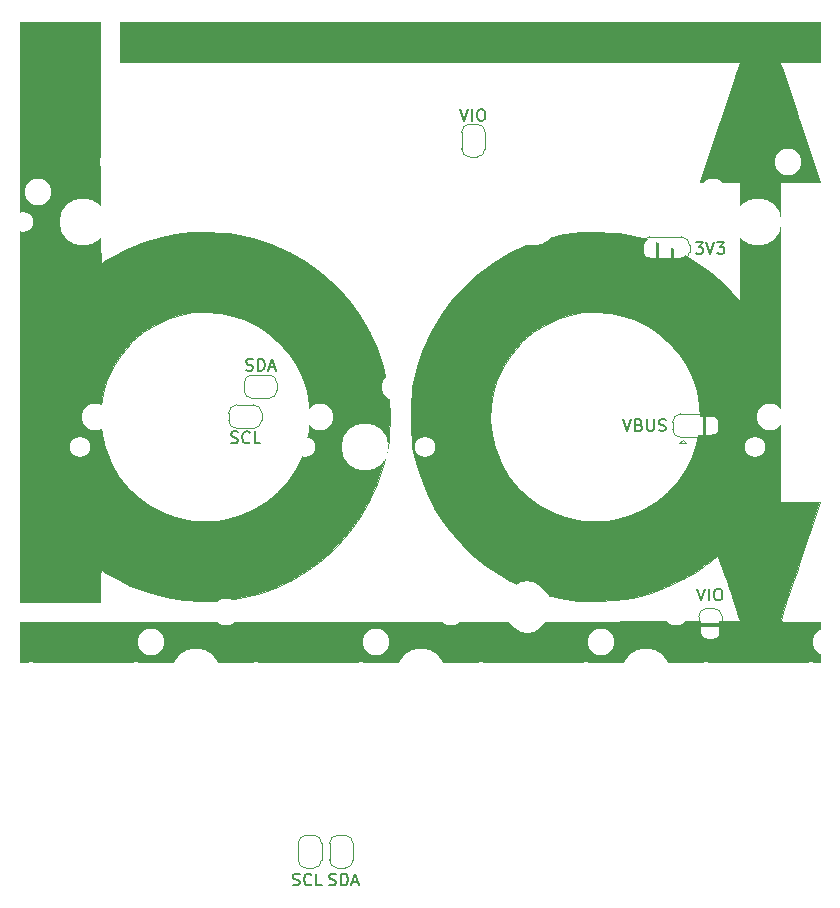
<source format=gbr>
%TF.GenerationSoftware,KiCad,Pcbnew,(5.1.10)-1*%
%TF.CreationDate,2021-11-24T07:07:12-05:00*%
%TF.ProjectId,bdpcb,62647063-622e-46b6-9963-61645f706362,rev?*%
%TF.SameCoordinates,Original*%
%TF.FileFunction,Legend,Top*%
%TF.FilePolarity,Positive*%
%FSLAX46Y46*%
G04 Gerber Fmt 4.6, Leading zero omitted, Abs format (unit mm)*
G04 Created by KiCad (PCBNEW (5.1.10)-1) date 2021-11-24 07:07:12*
%MOMM*%
%LPD*%
G01*
G04 APERTURE LIST*
%ADD10C,0.010000*%
%ADD11C,0.120000*%
%ADD12C,0.150000*%
%ADD13C,1.676400*%
%ADD14R,1.676400X1.676400*%
%ADD15C,1.750000*%
%ADD16C,2.250000*%
%ADD17C,3.987800*%
%ADD18C,0.100000*%
%ADD19R,1.000000X1.500000*%
%ADD20C,3.048000*%
%ADD21C,3.000000*%
%ADD22C,0.900000*%
G04 APERTURE END LIST*
D10*
%TO.C,G1*%
G36*
X131593167Y-56818389D02*
G01*
X131593680Y-58120273D01*
X131595178Y-59373821D01*
X131597597Y-60568770D01*
X131600872Y-61694856D01*
X131604941Y-62741816D01*
X131609740Y-63699387D01*
X131615204Y-64557304D01*
X131621270Y-65305305D01*
X131627874Y-65933126D01*
X131634953Y-66430503D01*
X131642443Y-66787174D01*
X131650279Y-66992875D01*
X131656667Y-67041889D01*
X131750722Y-66989638D01*
X131958669Y-66868820D01*
X132249097Y-66697821D01*
X132566833Y-66509185D01*
X133894413Y-65810721D01*
X135322505Y-65233290D01*
X136823822Y-64786831D01*
X137943167Y-64550588D01*
X138562999Y-64468972D01*
X139301544Y-64415184D01*
X140110476Y-64389274D01*
X140941469Y-64391298D01*
X141746195Y-64421308D01*
X142476327Y-64479358D01*
X142968534Y-64545064D01*
X144565406Y-64895827D01*
X146107491Y-65403459D01*
X147583489Y-66062930D01*
X148982096Y-66869212D01*
X150254666Y-67787261D01*
X151475931Y-68872006D01*
X152566697Y-70062563D01*
X153523050Y-71352269D01*
X154341075Y-72734461D01*
X155016856Y-74202478D01*
X155546481Y-75749659D01*
X155926034Y-77369340D01*
X155944183Y-77470000D01*
X156025712Y-78082765D01*
X156079841Y-78814553D01*
X156106571Y-79617284D01*
X156105901Y-80442880D01*
X156077832Y-81243261D01*
X156022363Y-81970348D01*
X155944183Y-82550000D01*
X155577653Y-84153446D01*
X155062063Y-85689218D01*
X154404273Y-87148699D01*
X153611140Y-88523272D01*
X152689525Y-89804320D01*
X151646284Y-90983225D01*
X150488276Y-92051370D01*
X149222361Y-93000138D01*
X147855396Y-93820911D01*
X146445868Y-94483952D01*
X144938999Y-95014601D01*
X143396533Y-95386480D01*
X141832279Y-95600557D01*
X140260048Y-95657802D01*
X138693648Y-95559181D01*
X137146890Y-95305664D01*
X135633582Y-94898219D01*
X134167536Y-94337814D01*
X132762559Y-93625416D01*
X132566833Y-93510814D01*
X132227767Y-93309568D01*
X131941868Y-93141346D01*
X131740546Y-93024533D01*
X131656667Y-92978111D01*
X131635325Y-93048222D01*
X131617038Y-93260170D01*
X131603116Y-93586470D01*
X131594868Y-93999635D01*
X131593167Y-94311611D01*
X131593167Y-95673333D01*
X124819833Y-95673333D01*
X124819833Y-80309103D01*
X131614372Y-80309103D01*
X131738608Y-81499632D01*
X132026276Y-82684914D01*
X132140924Y-83026323D01*
X132618657Y-84116898D01*
X133236354Y-85124655D01*
X133980454Y-86038219D01*
X134837396Y-86846216D01*
X135793621Y-87537272D01*
X136835568Y-88100012D01*
X137949677Y-88523063D01*
X138992203Y-88773100D01*
X139500878Y-88833155D01*
X140116590Y-88860522D01*
X140780770Y-88856473D01*
X141434855Y-88822279D01*
X142020278Y-88759210D01*
X142350412Y-88700223D01*
X143496924Y-88360598D01*
X144595534Y-87865971D01*
X145623218Y-87228837D01*
X146556952Y-86461690D01*
X146663232Y-86359893D01*
X147475136Y-85456971D01*
X148142511Y-84480152D01*
X148665163Y-83443861D01*
X149042896Y-82362521D01*
X149275514Y-81250554D01*
X149362822Y-80122386D01*
X149304625Y-78992440D01*
X149100726Y-77875139D01*
X148750931Y-76784907D01*
X148255043Y-75736168D01*
X147612868Y-74743345D01*
X146833060Y-73829934D01*
X145929900Y-73017691D01*
X144953475Y-72350351D01*
X143918137Y-71827917D01*
X142838235Y-71450387D01*
X141728120Y-71217762D01*
X140602142Y-71130042D01*
X139474653Y-71187227D01*
X138360002Y-71389316D01*
X137272539Y-71736310D01*
X136226617Y-72228208D01*
X135236584Y-72865012D01*
X134316792Y-73646720D01*
X134133273Y-73829934D01*
X133339822Y-74761621D01*
X132691831Y-75771011D01*
X132192296Y-76844280D01*
X131844210Y-77967601D01*
X131650571Y-79127151D01*
X131614372Y-80309103D01*
X124819833Y-80309103D01*
X124819833Y-46566667D01*
X131593167Y-46566667D01*
X131593167Y-56818389D01*
G37*
X131593167Y-56818389D02*
X131593680Y-58120273D01*
X131595178Y-59373821D01*
X131597597Y-60568770D01*
X131600872Y-61694856D01*
X131604941Y-62741816D01*
X131609740Y-63699387D01*
X131615204Y-64557304D01*
X131621270Y-65305305D01*
X131627874Y-65933126D01*
X131634953Y-66430503D01*
X131642443Y-66787174D01*
X131650279Y-66992875D01*
X131656667Y-67041889D01*
X131750722Y-66989638D01*
X131958669Y-66868820D01*
X132249097Y-66697821D01*
X132566833Y-66509185D01*
X133894413Y-65810721D01*
X135322505Y-65233290D01*
X136823822Y-64786831D01*
X137943167Y-64550588D01*
X138562999Y-64468972D01*
X139301544Y-64415184D01*
X140110476Y-64389274D01*
X140941469Y-64391298D01*
X141746195Y-64421308D01*
X142476327Y-64479358D01*
X142968534Y-64545064D01*
X144565406Y-64895827D01*
X146107491Y-65403459D01*
X147583489Y-66062930D01*
X148982096Y-66869212D01*
X150254666Y-67787261D01*
X151475931Y-68872006D01*
X152566697Y-70062563D01*
X153523050Y-71352269D01*
X154341075Y-72734461D01*
X155016856Y-74202478D01*
X155546481Y-75749659D01*
X155926034Y-77369340D01*
X155944183Y-77470000D01*
X156025712Y-78082765D01*
X156079841Y-78814553D01*
X156106571Y-79617284D01*
X156105901Y-80442880D01*
X156077832Y-81243261D01*
X156022363Y-81970348D01*
X155944183Y-82550000D01*
X155577653Y-84153446D01*
X155062063Y-85689218D01*
X154404273Y-87148699D01*
X153611140Y-88523272D01*
X152689525Y-89804320D01*
X151646284Y-90983225D01*
X150488276Y-92051370D01*
X149222361Y-93000138D01*
X147855396Y-93820911D01*
X146445868Y-94483952D01*
X144938999Y-95014601D01*
X143396533Y-95386480D01*
X141832279Y-95600557D01*
X140260048Y-95657802D01*
X138693648Y-95559181D01*
X137146890Y-95305664D01*
X135633582Y-94898219D01*
X134167536Y-94337814D01*
X132762559Y-93625416D01*
X132566833Y-93510814D01*
X132227767Y-93309568D01*
X131941868Y-93141346D01*
X131740546Y-93024533D01*
X131656667Y-92978111D01*
X131635325Y-93048222D01*
X131617038Y-93260170D01*
X131603116Y-93586470D01*
X131594868Y-93999635D01*
X131593167Y-94311611D01*
X131593167Y-95673333D01*
X124819833Y-95673333D01*
X124819833Y-80309103D01*
X131614372Y-80309103D01*
X131738608Y-81499632D01*
X132026276Y-82684914D01*
X132140924Y-83026323D01*
X132618657Y-84116898D01*
X133236354Y-85124655D01*
X133980454Y-86038219D01*
X134837396Y-86846216D01*
X135793621Y-87537272D01*
X136835568Y-88100012D01*
X137949677Y-88523063D01*
X138992203Y-88773100D01*
X139500878Y-88833155D01*
X140116590Y-88860522D01*
X140780770Y-88856473D01*
X141434855Y-88822279D01*
X142020278Y-88759210D01*
X142350412Y-88700223D01*
X143496924Y-88360598D01*
X144595534Y-87865971D01*
X145623218Y-87228837D01*
X146556952Y-86461690D01*
X146663232Y-86359893D01*
X147475136Y-85456971D01*
X148142511Y-84480152D01*
X148665163Y-83443861D01*
X149042896Y-82362521D01*
X149275514Y-81250554D01*
X149362822Y-80122386D01*
X149304625Y-78992440D01*
X149100726Y-77875139D01*
X148750931Y-76784907D01*
X148255043Y-75736168D01*
X147612868Y-74743345D01*
X146833060Y-73829934D01*
X145929900Y-73017691D01*
X144953475Y-72350351D01*
X143918137Y-71827917D01*
X142838235Y-71450387D01*
X141728120Y-71217762D01*
X140602142Y-71130042D01*
X139474653Y-71187227D01*
X138360002Y-71389316D01*
X137272539Y-71736310D01*
X136226617Y-72228208D01*
X135236584Y-72865012D01*
X134316792Y-73646720D01*
X134133273Y-73829934D01*
X133339822Y-74761621D01*
X132691831Y-75771011D01*
X132192296Y-76844280D01*
X131844210Y-77967601D01*
X131650571Y-79127151D01*
X131614372Y-80309103D01*
X124819833Y-80309103D01*
X124819833Y-46566667D01*
X131593167Y-46566667D01*
X131593167Y-56818389D01*
G36*
X192553167Y-49953333D02*
G01*
X190859833Y-49953333D01*
X190345168Y-49954376D01*
X189893478Y-49957287D01*
X189530111Y-49961736D01*
X189280411Y-49967395D01*
X189169726Y-49973935D01*
X189166500Y-49975294D01*
X189192551Y-50057266D01*
X189267687Y-50286233D01*
X189387384Y-50648570D01*
X189547118Y-51130649D01*
X189742365Y-51718842D01*
X189968601Y-52399522D01*
X190221302Y-53159063D01*
X190495942Y-53983837D01*
X190787999Y-54860216D01*
X190853040Y-55055294D01*
X192539580Y-60113333D01*
X189166500Y-60113333D01*
X189166500Y-87206667D01*
X192539580Y-87206667D01*
X190853040Y-92264706D01*
X190557810Y-93150458D01*
X190279018Y-93987552D01*
X190021187Y-94762362D01*
X189788842Y-95461260D01*
X189586506Y-96070618D01*
X189418705Y-96576811D01*
X189289962Y-96966210D01*
X189204801Y-97225188D01*
X189167747Y-97340119D01*
X189166500Y-97344706D01*
X189246942Y-97351381D01*
X189471370Y-97357239D01*
X189814439Y-97361951D01*
X190250801Y-97365189D01*
X190755111Y-97366625D01*
X190859833Y-97366667D01*
X192553167Y-97366667D01*
X192553167Y-100753333D01*
X124819833Y-100753333D01*
X124819833Y-97366667D01*
X155308892Y-97366667D01*
X158099861Y-97366565D01*
X160725909Y-97366251D01*
X163191449Y-97365708D01*
X165500893Y-97364921D01*
X167658654Y-97363875D01*
X169669144Y-97362555D01*
X171536775Y-97360945D01*
X173265961Y-97359029D01*
X174861113Y-97356794D01*
X176326644Y-97354222D01*
X177666966Y-97351300D01*
X178886493Y-97348011D01*
X179989636Y-97344340D01*
X180980807Y-97340272D01*
X181864420Y-97335792D01*
X182644887Y-97330883D01*
X183326620Y-97325532D01*
X183914032Y-97319722D01*
X184411534Y-97313439D01*
X184823541Y-97306666D01*
X185154464Y-97299389D01*
X185408715Y-97291591D01*
X185590707Y-97283259D01*
X185704853Y-97274376D01*
X185755565Y-97264928D01*
X185759026Y-97260833D01*
X185723804Y-97157346D01*
X185641974Y-96912962D01*
X185520145Y-96547537D01*
X185364925Y-96080928D01*
X185182921Y-95532993D01*
X184980742Y-94923588D01*
X184850390Y-94530333D01*
X184638224Y-93894285D01*
X184440278Y-93308927D01*
X184263402Y-92793900D01*
X184114447Y-92368842D01*
X184000265Y-92053393D01*
X183927708Y-91867191D01*
X183906753Y-91825398D01*
X183801788Y-91826747D01*
X183623234Y-91948139D01*
X183557498Y-92007730D01*
X183240444Y-92279316D01*
X182811025Y-92603100D01*
X182307037Y-92953012D01*
X181766273Y-93302980D01*
X181226528Y-93626933D01*
X181133783Y-93679689D01*
X179719631Y-94381314D01*
X178248397Y-94929651D01*
X176734143Y-95324827D01*
X175190931Y-95566971D01*
X173632822Y-95656207D01*
X172073877Y-95592665D01*
X170528157Y-95376471D01*
X169009724Y-95007752D01*
X167532640Y-94486636D01*
X166110964Y-93813249D01*
X165625436Y-93539473D01*
X164255475Y-92636851D01*
X163001292Y-91613659D01*
X161868320Y-90477767D01*
X160861986Y-89237047D01*
X159987723Y-87899368D01*
X159250960Y-86472601D01*
X158657128Y-84964617D01*
X158211656Y-83383286D01*
X158043148Y-82550000D01*
X157962361Y-81938851D01*
X157908670Y-81208561D01*
X157882074Y-80407141D01*
X157882133Y-80309103D01*
X164634372Y-80309103D01*
X164758608Y-81499632D01*
X165046276Y-82684914D01*
X165160924Y-83026323D01*
X165638657Y-84116898D01*
X166256354Y-85124655D01*
X167000454Y-86038219D01*
X167857396Y-86846216D01*
X168813621Y-87537272D01*
X169855568Y-88100012D01*
X170969677Y-88523063D01*
X172012203Y-88773100D01*
X172520878Y-88833155D01*
X173136590Y-88860522D01*
X173800770Y-88856473D01*
X174454855Y-88822279D01*
X175040278Y-88759210D01*
X175370412Y-88700223D01*
X176516924Y-88360598D01*
X177615534Y-87865971D01*
X178643218Y-87228837D01*
X179576952Y-86461690D01*
X179683232Y-86359893D01*
X180495136Y-85456971D01*
X181162511Y-84480152D01*
X181685163Y-83443861D01*
X182062896Y-82362521D01*
X182295514Y-81250554D01*
X182382822Y-80122386D01*
X182324625Y-78992440D01*
X182120726Y-77875139D01*
X181770931Y-76784907D01*
X181275043Y-75736168D01*
X180632868Y-74743345D01*
X179853060Y-73829934D01*
X178949900Y-73017691D01*
X177973475Y-72350351D01*
X176938137Y-71827917D01*
X175858235Y-71450387D01*
X174748120Y-71217762D01*
X173622142Y-71130042D01*
X172494653Y-71187227D01*
X171380002Y-71389316D01*
X170292539Y-71736310D01*
X169246617Y-72228208D01*
X168256584Y-72865012D01*
X167336792Y-73646720D01*
X167153273Y-73829934D01*
X166359822Y-74761621D01*
X165711831Y-75771011D01*
X165212296Y-76844280D01*
X164864210Y-77967601D01*
X164670571Y-79127151D01*
X164634372Y-80309103D01*
X157882133Y-80309103D01*
X157882574Y-79582601D01*
X157910169Y-78782951D01*
X157964859Y-78056202D01*
X158043148Y-77470000D01*
X158411392Y-75848876D01*
X158931737Y-74296973D01*
X159601432Y-72820444D01*
X160417721Y-71425440D01*
X161280427Y-70238501D01*
X162364586Y-69018114D01*
X163555148Y-67927492D01*
X164844802Y-66970932D01*
X166226238Y-66152725D01*
X167692145Y-65477168D01*
X169235214Y-64948554D01*
X170848132Y-64571178D01*
X170963167Y-64550588D01*
X171582999Y-64468972D01*
X172321544Y-64415184D01*
X173130476Y-64389274D01*
X173961469Y-64391298D01*
X174766195Y-64421308D01*
X175496327Y-64479358D01*
X175988534Y-64545064D01*
X177548691Y-64887503D01*
X179062042Y-65382028D01*
X180513790Y-66020430D01*
X181889142Y-66794501D01*
X183173303Y-67696030D01*
X184351478Y-68716810D01*
X185285909Y-69703800D01*
X185779833Y-70277681D01*
X185779833Y-60113333D01*
X182406753Y-60113333D01*
X184093293Y-55055294D01*
X184388523Y-54169542D01*
X184667315Y-53332447D01*
X184925146Y-52557638D01*
X185157491Y-51858740D01*
X185359827Y-51249381D01*
X185527628Y-50743189D01*
X185656371Y-50353790D01*
X185741532Y-50094811D01*
X185778586Y-49979881D01*
X185779833Y-49975294D01*
X185696239Y-49973539D01*
X185449750Y-49971821D01*
X185046804Y-49970146D01*
X184493838Y-49968518D01*
X183797291Y-49966943D01*
X182963601Y-49965427D01*
X181999205Y-49963974D01*
X180910542Y-49962591D01*
X179704049Y-49961282D01*
X178386165Y-49960053D01*
X176963327Y-49958910D01*
X175441974Y-49957857D01*
X173828544Y-49956900D01*
X172129474Y-49956045D01*
X170351202Y-49955297D01*
X168500168Y-49954661D01*
X166582807Y-49954143D01*
X164605559Y-49953748D01*
X162574862Y-49953481D01*
X160497153Y-49953348D01*
X159533167Y-49953333D01*
X133286500Y-49953333D01*
X133286500Y-46566667D01*
X192553167Y-46566667D01*
X192553167Y-49953333D01*
G37*
X192553167Y-49953333D02*
X190859833Y-49953333D01*
X190345168Y-49954376D01*
X189893478Y-49957287D01*
X189530111Y-49961736D01*
X189280411Y-49967395D01*
X189169726Y-49973935D01*
X189166500Y-49975294D01*
X189192551Y-50057266D01*
X189267687Y-50286233D01*
X189387384Y-50648570D01*
X189547118Y-51130649D01*
X189742365Y-51718842D01*
X189968601Y-52399522D01*
X190221302Y-53159063D01*
X190495942Y-53983837D01*
X190787999Y-54860216D01*
X190853040Y-55055294D01*
X192539580Y-60113333D01*
X189166500Y-60113333D01*
X189166500Y-87206667D01*
X192539580Y-87206667D01*
X190853040Y-92264706D01*
X190557810Y-93150458D01*
X190279018Y-93987552D01*
X190021187Y-94762362D01*
X189788842Y-95461260D01*
X189586506Y-96070618D01*
X189418705Y-96576811D01*
X189289962Y-96966210D01*
X189204801Y-97225188D01*
X189167747Y-97340119D01*
X189166500Y-97344706D01*
X189246942Y-97351381D01*
X189471370Y-97357239D01*
X189814439Y-97361951D01*
X190250801Y-97365189D01*
X190755111Y-97366625D01*
X190859833Y-97366667D01*
X192553167Y-97366667D01*
X192553167Y-100753333D01*
X124819833Y-100753333D01*
X124819833Y-97366667D01*
X155308892Y-97366667D01*
X158099861Y-97366565D01*
X160725909Y-97366251D01*
X163191449Y-97365708D01*
X165500893Y-97364921D01*
X167658654Y-97363875D01*
X169669144Y-97362555D01*
X171536775Y-97360945D01*
X173265961Y-97359029D01*
X174861113Y-97356794D01*
X176326644Y-97354222D01*
X177666966Y-97351300D01*
X178886493Y-97348011D01*
X179989636Y-97344340D01*
X180980807Y-97340272D01*
X181864420Y-97335792D01*
X182644887Y-97330883D01*
X183326620Y-97325532D01*
X183914032Y-97319722D01*
X184411534Y-97313439D01*
X184823541Y-97306666D01*
X185154464Y-97299389D01*
X185408715Y-97291591D01*
X185590707Y-97283259D01*
X185704853Y-97274376D01*
X185755565Y-97264928D01*
X185759026Y-97260833D01*
X185723804Y-97157346D01*
X185641974Y-96912962D01*
X185520145Y-96547537D01*
X185364925Y-96080928D01*
X185182921Y-95532993D01*
X184980742Y-94923588D01*
X184850390Y-94530333D01*
X184638224Y-93894285D01*
X184440278Y-93308927D01*
X184263402Y-92793900D01*
X184114447Y-92368842D01*
X184000265Y-92053393D01*
X183927708Y-91867191D01*
X183906753Y-91825398D01*
X183801788Y-91826747D01*
X183623234Y-91948139D01*
X183557498Y-92007730D01*
X183240444Y-92279316D01*
X182811025Y-92603100D01*
X182307037Y-92953012D01*
X181766273Y-93302980D01*
X181226528Y-93626933D01*
X181133783Y-93679689D01*
X179719631Y-94381314D01*
X178248397Y-94929651D01*
X176734143Y-95324827D01*
X175190931Y-95566971D01*
X173632822Y-95656207D01*
X172073877Y-95592665D01*
X170528157Y-95376471D01*
X169009724Y-95007752D01*
X167532640Y-94486636D01*
X166110964Y-93813249D01*
X165625436Y-93539473D01*
X164255475Y-92636851D01*
X163001292Y-91613659D01*
X161868320Y-90477767D01*
X160861986Y-89237047D01*
X159987723Y-87899368D01*
X159250960Y-86472601D01*
X158657128Y-84964617D01*
X158211656Y-83383286D01*
X158043148Y-82550000D01*
X157962361Y-81938851D01*
X157908670Y-81208561D01*
X157882074Y-80407141D01*
X157882133Y-80309103D01*
X164634372Y-80309103D01*
X164758608Y-81499632D01*
X165046276Y-82684914D01*
X165160924Y-83026323D01*
X165638657Y-84116898D01*
X166256354Y-85124655D01*
X167000454Y-86038219D01*
X167857396Y-86846216D01*
X168813621Y-87537272D01*
X169855568Y-88100012D01*
X170969677Y-88523063D01*
X172012203Y-88773100D01*
X172520878Y-88833155D01*
X173136590Y-88860522D01*
X173800770Y-88856473D01*
X174454855Y-88822279D01*
X175040278Y-88759210D01*
X175370412Y-88700223D01*
X176516924Y-88360598D01*
X177615534Y-87865971D01*
X178643218Y-87228837D01*
X179576952Y-86461690D01*
X179683232Y-86359893D01*
X180495136Y-85456971D01*
X181162511Y-84480152D01*
X181685163Y-83443861D01*
X182062896Y-82362521D01*
X182295514Y-81250554D01*
X182382822Y-80122386D01*
X182324625Y-78992440D01*
X182120726Y-77875139D01*
X181770931Y-76784907D01*
X181275043Y-75736168D01*
X180632868Y-74743345D01*
X179853060Y-73829934D01*
X178949900Y-73017691D01*
X177973475Y-72350351D01*
X176938137Y-71827917D01*
X175858235Y-71450387D01*
X174748120Y-71217762D01*
X173622142Y-71130042D01*
X172494653Y-71187227D01*
X171380002Y-71389316D01*
X170292539Y-71736310D01*
X169246617Y-72228208D01*
X168256584Y-72865012D01*
X167336792Y-73646720D01*
X167153273Y-73829934D01*
X166359822Y-74761621D01*
X165711831Y-75771011D01*
X165212296Y-76844280D01*
X164864210Y-77967601D01*
X164670571Y-79127151D01*
X164634372Y-80309103D01*
X157882133Y-80309103D01*
X157882574Y-79582601D01*
X157910169Y-78782951D01*
X157964859Y-78056202D01*
X158043148Y-77470000D01*
X158411392Y-75848876D01*
X158931737Y-74296973D01*
X159601432Y-72820444D01*
X160417721Y-71425440D01*
X161280427Y-70238501D01*
X162364586Y-69018114D01*
X163555148Y-67927492D01*
X164844802Y-66970932D01*
X166226238Y-66152725D01*
X167692145Y-65477168D01*
X169235214Y-64948554D01*
X170848132Y-64571178D01*
X170963167Y-64550588D01*
X171582999Y-64468972D01*
X172321544Y-64415184D01*
X173130476Y-64389274D01*
X173961469Y-64391298D01*
X174766195Y-64421308D01*
X175496327Y-64479358D01*
X175988534Y-64545064D01*
X177548691Y-64887503D01*
X179062042Y-65382028D01*
X180513790Y-66020430D01*
X181889142Y-66794501D01*
X183173303Y-67696030D01*
X184351478Y-68716810D01*
X185285909Y-69703800D01*
X185779833Y-70277681D01*
X185779833Y-60113333D01*
X182406753Y-60113333D01*
X184093293Y-55055294D01*
X184388523Y-54169542D01*
X184667315Y-53332447D01*
X184925146Y-52557638D01*
X185157491Y-51858740D01*
X185359827Y-51249381D01*
X185527628Y-50743189D01*
X185656371Y-50353790D01*
X185741532Y-50094811D01*
X185778586Y-49979881D01*
X185779833Y-49975294D01*
X185696239Y-49973539D01*
X185449750Y-49971821D01*
X185046804Y-49970146D01*
X184493838Y-49968518D01*
X183797291Y-49966943D01*
X182963601Y-49965427D01*
X181999205Y-49963974D01*
X180910542Y-49962591D01*
X179704049Y-49961282D01*
X178386165Y-49960053D01*
X176963327Y-49958910D01*
X175441974Y-49957857D01*
X173828544Y-49956900D01*
X172129474Y-49956045D01*
X170351202Y-49955297D01*
X168500168Y-49954661D01*
X166582807Y-49954143D01*
X164605559Y-49953748D01*
X162574862Y-49953481D01*
X160497153Y-49953348D01*
X159533167Y-49953333D01*
X133286500Y-49953333D01*
X133286500Y-46566667D01*
X192553167Y-46566667D01*
X192553167Y-49953333D01*
D11*
%TO.C,SCL*%
X150352000Y-116140000D02*
X150352000Y-117540000D01*
X149652000Y-118240000D02*
X149052000Y-118240000D01*
X148352000Y-117540000D02*
X148352000Y-116140000D01*
X149052000Y-115440000D02*
X149652000Y-115440000D01*
X149652000Y-115440000D02*
G75*
G02*
X150352000Y-116140000I0J-700000D01*
G01*
X148352000Y-116140000D02*
G75*
G02*
X149052000Y-115440000I700000J0D01*
G01*
X149052000Y-118240000D02*
G75*
G02*
X148352000Y-117540000I0J700000D01*
G01*
X150352000Y-117540000D02*
G75*
G02*
X149652000Y-118240000I-700000J0D01*
G01*
%TO.C,SDA*%
X153019000Y-116140000D02*
X153019000Y-117540000D01*
X152319000Y-118240000D02*
X151719000Y-118240000D01*
X151019000Y-117540000D02*
X151019000Y-116140000D01*
X151719000Y-115440000D02*
X152319000Y-115440000D01*
X152319000Y-115440000D02*
G75*
G02*
X153019000Y-116140000I0J-700000D01*
G01*
X151019000Y-116140000D02*
G75*
G02*
X151719000Y-115440000I700000J0D01*
G01*
X151719000Y-118240000D02*
G75*
G02*
X151019000Y-117540000I0J700000D01*
G01*
X153019000Y-117540000D02*
G75*
G02*
X152319000Y-118240000I-700000J0D01*
G01*
%TO.C,VIO*%
X184261000Y-96948000D02*
X184261000Y-98348000D01*
X183561000Y-99048000D02*
X182961000Y-99048000D01*
X182261000Y-98348000D02*
X182261000Y-96948000D01*
X182961000Y-96248000D02*
X183561000Y-96248000D01*
X183561000Y-96248000D02*
G75*
G02*
X184261000Y-96948000I0J-700000D01*
G01*
X182261000Y-96948000D02*
G75*
G02*
X182961000Y-96248000I700000J0D01*
G01*
X182961000Y-99048000D02*
G75*
G02*
X182261000Y-98348000I0J700000D01*
G01*
X184261000Y-98348000D02*
G75*
G02*
X183561000Y-99048000I-700000J0D01*
G01*
%TO.C,SCL*%
X144576000Y-81010000D02*
X143176000Y-81010000D01*
X142476000Y-80310000D02*
X142476000Y-79710000D01*
X143176000Y-79010000D02*
X144576000Y-79010000D01*
X145276000Y-79710000D02*
X145276000Y-80310000D01*
X145276000Y-80310000D02*
G75*
G02*
X144576000Y-81010000I-700000J0D01*
G01*
X144576000Y-79010000D02*
G75*
G02*
X145276000Y-79710000I0J-700000D01*
G01*
X142476000Y-79710000D02*
G75*
G02*
X143176000Y-79010000I700000J0D01*
G01*
X143176000Y-81010000D02*
G75*
G02*
X142476000Y-80310000I0J700000D01*
G01*
%TO.C,SDA*%
X144476000Y-76470000D02*
X145876000Y-76470000D01*
X146576000Y-77170000D02*
X146576000Y-77770000D01*
X145876000Y-78470000D02*
X144476000Y-78470000D01*
X143776000Y-77770000D02*
X143776000Y-77170000D01*
X143776000Y-77170000D02*
G75*
G02*
X144476000Y-76470000I700000J0D01*
G01*
X144476000Y-78470000D02*
G75*
G02*
X143776000Y-77770000I0J700000D01*
G01*
X146576000Y-77770000D02*
G75*
G02*
X145876000Y-78470000I-700000J0D01*
G01*
X145876000Y-76470000D02*
G75*
G02*
X146576000Y-77170000I0J-700000D01*
G01*
%TO.C,VIO*%
X162195000Y-57327000D02*
X162195000Y-55927000D01*
X162895000Y-55227000D02*
X163495000Y-55227000D01*
X164195000Y-55927000D02*
X164195000Y-57327000D01*
X163495000Y-58027000D02*
X162895000Y-58027000D01*
X162895000Y-58027000D02*
G75*
G02*
X162195000Y-57327000I0J700000D01*
G01*
X164195000Y-57327000D02*
G75*
G02*
X163495000Y-58027000I-700000J0D01*
G01*
X163495000Y-55227000D02*
G75*
G02*
X164195000Y-55927000I0J-700000D01*
G01*
X162195000Y-55927000D02*
G75*
G02*
X162895000Y-55227000I700000J0D01*
G01*
%TO.C,VBUS*%
X180718000Y-79772000D02*
X183518000Y-79772000D01*
X184168000Y-80472000D02*
X184168000Y-81072000D01*
X183518000Y-81772000D02*
X180718000Y-81772000D01*
X180068000Y-81072000D02*
X180068000Y-80472000D01*
X180918000Y-81972000D02*
X180618000Y-82272000D01*
X180618000Y-82272000D02*
X181218000Y-82272000D01*
X180918000Y-81972000D02*
X181218000Y-82272000D01*
X180068000Y-80472000D02*
G75*
G02*
X180768000Y-79772000I700000J0D01*
G01*
X180768000Y-81772000D02*
G75*
G02*
X180068000Y-81072000I0J700000D01*
G01*
X184168000Y-81072000D02*
G75*
G02*
X183468000Y-81772000I-700000J0D01*
G01*
X183468000Y-79772000D02*
G75*
G02*
X184168000Y-80472000I0J-700000D01*
G01*
%TO.C,3V3*%
X180801000Y-64786000D02*
G75*
G02*
X181501000Y-65486000I0J-700000D01*
G01*
X181501000Y-66086000D02*
G75*
G02*
X180801000Y-66786000I-700000J0D01*
G01*
X178101000Y-66786000D02*
G75*
G02*
X177401000Y-66086000I0J700000D01*
G01*
X177401000Y-65486000D02*
G75*
G02*
X178101000Y-64786000I700000J0D01*
G01*
X178251000Y-66986000D02*
X178551000Y-67286000D01*
X177951000Y-67286000D02*
X178551000Y-67286000D01*
X178251000Y-66986000D02*
X177951000Y-67286000D01*
X177401000Y-66086000D02*
X177401000Y-65486000D01*
X180851000Y-66786000D02*
X178051000Y-66786000D01*
X181501000Y-65486000D02*
X181501000Y-66086000D01*
X178051000Y-64786000D02*
X180851000Y-64786000D01*
%TO.C,SCL*%
D12*
X147907523Y-119657761D02*
X148050380Y-119705380D01*
X148288476Y-119705380D01*
X148383714Y-119657761D01*
X148431333Y-119610142D01*
X148478952Y-119514904D01*
X148478952Y-119419666D01*
X148431333Y-119324428D01*
X148383714Y-119276809D01*
X148288476Y-119229190D01*
X148098000Y-119181571D01*
X148002761Y-119133952D01*
X147955142Y-119086333D01*
X147907523Y-118991095D01*
X147907523Y-118895857D01*
X147955142Y-118800619D01*
X148002761Y-118753000D01*
X148098000Y-118705380D01*
X148336095Y-118705380D01*
X148478952Y-118753000D01*
X149478952Y-119610142D02*
X149431333Y-119657761D01*
X149288476Y-119705380D01*
X149193238Y-119705380D01*
X149050380Y-119657761D01*
X148955142Y-119562523D01*
X148907523Y-119467285D01*
X148859904Y-119276809D01*
X148859904Y-119133952D01*
X148907523Y-118943476D01*
X148955142Y-118848238D01*
X149050380Y-118753000D01*
X149193238Y-118705380D01*
X149288476Y-118705380D01*
X149431333Y-118753000D01*
X149478952Y-118800619D01*
X150383714Y-119705380D02*
X149907523Y-119705380D01*
X149907523Y-118705380D01*
%TO.C,SDA*%
X150995214Y-119657761D02*
X151138071Y-119705380D01*
X151376166Y-119705380D01*
X151471404Y-119657761D01*
X151519023Y-119610142D01*
X151566642Y-119514904D01*
X151566642Y-119419666D01*
X151519023Y-119324428D01*
X151471404Y-119276809D01*
X151376166Y-119229190D01*
X151185690Y-119181571D01*
X151090452Y-119133952D01*
X151042833Y-119086333D01*
X150995214Y-118991095D01*
X150995214Y-118895857D01*
X151042833Y-118800619D01*
X151090452Y-118753000D01*
X151185690Y-118705380D01*
X151423785Y-118705380D01*
X151566642Y-118753000D01*
X151995214Y-119705380D02*
X151995214Y-118705380D01*
X152233309Y-118705380D01*
X152376166Y-118753000D01*
X152471404Y-118848238D01*
X152519023Y-118943476D01*
X152566642Y-119133952D01*
X152566642Y-119276809D01*
X152519023Y-119467285D01*
X152471404Y-119562523D01*
X152376166Y-119657761D01*
X152233309Y-119705380D01*
X151995214Y-119705380D01*
X152947595Y-119419666D02*
X153423785Y-119419666D01*
X152852357Y-119705380D02*
X153185690Y-118705380D01*
X153519023Y-119705380D01*
%TO.C,VIO*%
X182165761Y-94575380D02*
X182499095Y-95575380D01*
X182832428Y-94575380D01*
X183165761Y-95575380D02*
X183165761Y-94575380D01*
X183832428Y-94575380D02*
X184022904Y-94575380D01*
X184118142Y-94623000D01*
X184213380Y-94718238D01*
X184261000Y-94908714D01*
X184261000Y-95242047D01*
X184213380Y-95432523D01*
X184118142Y-95527761D01*
X184022904Y-95575380D01*
X183832428Y-95575380D01*
X183737190Y-95527761D01*
X183641952Y-95432523D01*
X183594333Y-95242047D01*
X183594333Y-94908714D01*
X183641952Y-94718238D01*
X183737190Y-94623000D01*
X183832428Y-94575380D01*
%TO.C,SCL*%
X142685523Y-82214761D02*
X142828380Y-82262380D01*
X143066476Y-82262380D01*
X143161714Y-82214761D01*
X143209333Y-82167142D01*
X143256952Y-82071904D01*
X143256952Y-81976666D01*
X143209333Y-81881428D01*
X143161714Y-81833809D01*
X143066476Y-81786190D01*
X142876000Y-81738571D01*
X142780761Y-81690952D01*
X142733142Y-81643333D01*
X142685523Y-81548095D01*
X142685523Y-81452857D01*
X142733142Y-81357619D01*
X142780761Y-81310000D01*
X142876000Y-81262380D01*
X143114095Y-81262380D01*
X143256952Y-81310000D01*
X144256952Y-82167142D02*
X144209333Y-82214761D01*
X144066476Y-82262380D01*
X143971238Y-82262380D01*
X143828380Y-82214761D01*
X143733142Y-82119523D01*
X143685523Y-82024285D01*
X143637904Y-81833809D01*
X143637904Y-81690952D01*
X143685523Y-81500476D01*
X143733142Y-81405238D01*
X143828380Y-81310000D01*
X143971238Y-81262380D01*
X144066476Y-81262380D01*
X144209333Y-81310000D01*
X144256952Y-81357619D01*
X145161714Y-82262380D02*
X144685523Y-82262380D01*
X144685523Y-81262380D01*
%TO.C,SDA*%
X143961714Y-76074761D02*
X144104571Y-76122380D01*
X144342666Y-76122380D01*
X144437904Y-76074761D01*
X144485523Y-76027142D01*
X144533142Y-75931904D01*
X144533142Y-75836666D01*
X144485523Y-75741428D01*
X144437904Y-75693809D01*
X144342666Y-75646190D01*
X144152190Y-75598571D01*
X144056952Y-75550952D01*
X144009333Y-75503333D01*
X143961714Y-75408095D01*
X143961714Y-75312857D01*
X144009333Y-75217619D01*
X144056952Y-75170000D01*
X144152190Y-75122380D01*
X144390285Y-75122380D01*
X144533142Y-75170000D01*
X144961714Y-76122380D02*
X144961714Y-75122380D01*
X145199809Y-75122380D01*
X145342666Y-75170000D01*
X145437904Y-75265238D01*
X145485523Y-75360476D01*
X145533142Y-75550952D01*
X145533142Y-75693809D01*
X145485523Y-75884285D01*
X145437904Y-75979523D01*
X145342666Y-76074761D01*
X145199809Y-76122380D01*
X144961714Y-76122380D01*
X145914095Y-75836666D02*
X146390285Y-75836666D01*
X145818857Y-76122380D02*
X146152190Y-75122380D01*
X146485523Y-76122380D01*
%TO.C,VIO*%
X162099761Y-53983880D02*
X162433095Y-54983880D01*
X162766428Y-53983880D01*
X163099761Y-54983880D02*
X163099761Y-53983880D01*
X163766428Y-53983880D02*
X163956904Y-53983880D01*
X164052142Y-54031500D01*
X164147380Y-54126738D01*
X164195000Y-54317214D01*
X164195000Y-54650547D01*
X164147380Y-54841023D01*
X164052142Y-54936261D01*
X163956904Y-54983880D01*
X163766428Y-54983880D01*
X163671190Y-54936261D01*
X163575952Y-54841023D01*
X163528333Y-54650547D01*
X163528333Y-54317214D01*
X163575952Y-54126738D01*
X163671190Y-54031500D01*
X163766428Y-53983880D01*
%TO.C,VBUS*%
X175903166Y-80224380D02*
X176236500Y-81224380D01*
X176569833Y-80224380D01*
X177236500Y-80700571D02*
X177379357Y-80748190D01*
X177426976Y-80795809D01*
X177474595Y-80891047D01*
X177474595Y-81033904D01*
X177426976Y-81129142D01*
X177379357Y-81176761D01*
X177284119Y-81224380D01*
X176903166Y-81224380D01*
X176903166Y-80224380D01*
X177236500Y-80224380D01*
X177331738Y-80272000D01*
X177379357Y-80319619D01*
X177426976Y-80414857D01*
X177426976Y-80510095D01*
X177379357Y-80605333D01*
X177331738Y-80652952D01*
X177236500Y-80700571D01*
X176903166Y-80700571D01*
X177903166Y-80224380D02*
X177903166Y-81033904D01*
X177950785Y-81129142D01*
X177998404Y-81176761D01*
X178093642Y-81224380D01*
X178284119Y-81224380D01*
X178379357Y-81176761D01*
X178426976Y-81129142D01*
X178474595Y-81033904D01*
X178474595Y-80224380D01*
X178903166Y-81176761D02*
X179046023Y-81224380D01*
X179284119Y-81224380D01*
X179379357Y-81176761D01*
X179426976Y-81129142D01*
X179474595Y-81033904D01*
X179474595Y-80938666D01*
X179426976Y-80843428D01*
X179379357Y-80795809D01*
X179284119Y-80748190D01*
X179093642Y-80700571D01*
X178998404Y-80652952D01*
X178950785Y-80605333D01*
X178903166Y-80510095D01*
X178903166Y-80414857D01*
X178950785Y-80319619D01*
X178998404Y-80272000D01*
X179093642Y-80224380D01*
X179331738Y-80224380D01*
X179474595Y-80272000D01*
%TO.C,3V3*%
X182022904Y-65238380D02*
X182641952Y-65238380D01*
X182308619Y-65619333D01*
X182451476Y-65619333D01*
X182546714Y-65666952D01*
X182594333Y-65714571D01*
X182641952Y-65809809D01*
X182641952Y-66047904D01*
X182594333Y-66143142D01*
X182546714Y-66190761D01*
X182451476Y-66238380D01*
X182165761Y-66238380D01*
X182070523Y-66190761D01*
X182022904Y-66143142D01*
X182927666Y-65238380D02*
X183261000Y-66238380D01*
X183594333Y-65238380D01*
X183832428Y-65238380D02*
X184451476Y-65238380D01*
X184118142Y-65619333D01*
X184261000Y-65619333D01*
X184356238Y-65666952D01*
X184403857Y-65714571D01*
X184451476Y-65809809D01*
X184451476Y-66047904D01*
X184403857Y-66143142D01*
X184356238Y-66190761D01*
X184261000Y-66238380D01*
X183975285Y-66238380D01*
X183880047Y-66190761D01*
X183832428Y-66143142D01*
%TD*%
%LPC*%
%TO.C,U3*%
G36*
G01*
X157689340Y-59679767D02*
X156982233Y-58972660D01*
G75*
G02*
X156982233Y-56851340I1060660J1060660D01*
G01*
X157689340Y-56144233D01*
G75*
G02*
X159810660Y-56144233I1060660J-1060660D01*
G01*
X160517767Y-56851340D01*
G75*
G02*
X160517767Y-58972660I-1060660J-1060660D01*
G01*
X159810660Y-59679767D01*
G75*
G02*
X157689340Y-59679767I-1060660J1060660D01*
G01*
G37*
%TD*%
%TO.C,U4*%
G36*
G01*
X166706340Y-97906767D02*
X165999233Y-97199660D01*
G75*
G02*
X165999233Y-95078340I1060660J1060660D01*
G01*
X166706340Y-94371233D01*
G75*
G02*
X168827660Y-94371233I1060660J-1060660D01*
G01*
X169534767Y-95078340D01*
G75*
G02*
X169534767Y-97199660I-1060660J-1060660D01*
G01*
X168827660Y-97906767D01*
G75*
G02*
X166706340Y-97906767I-1060660J1060660D01*
G01*
G37*
%TD*%
D13*
%TO.C,U1*%
X97631250Y-17622650D03*
X100171250Y-17622650D03*
X102711250Y-17622650D03*
X105251250Y-17622650D03*
X107791250Y-17622650D03*
X110331250Y-17622650D03*
X112871250Y-17622650D03*
X115411250Y-17622650D03*
X117951250Y-17622650D03*
X120491250Y-17622650D03*
X123031250Y-17622650D03*
X125571250Y-17622650D03*
X128111250Y-17622650D03*
X130651250Y-17622650D03*
X133191250Y-17622650D03*
D14*
X135731250Y-17622650D03*
D13*
X135731250Y-37942650D03*
X133191250Y-37942650D03*
X130651250Y-37942650D03*
X128111250Y-37942650D03*
X125571250Y-37942650D03*
X120491250Y-37942650D03*
X117951250Y-37942650D03*
X117931250Y-35432650D03*
X112871250Y-37942650D03*
X110331250Y-37942650D03*
D14*
X107791250Y-37942650D03*
D13*
X122981250Y-36582650D03*
%TD*%
D15*
%TO.C,K23*%
X163830000Y-44452240D03*
X153670000Y-44452240D03*
D16*
X154940000Y-41912240D03*
D17*
X158750000Y-44452240D03*
D16*
X161290000Y-39372240D03*
%TD*%
D15*
%TO.C,K52*%
X178117500Y-82554160D03*
X167957500Y-82554160D03*
D16*
X169227500Y-80014160D03*
D17*
X173037500Y-82554160D03*
D16*
X175577500Y-77474160D03*
%TD*%
D15*
%TO.C,K37*%
X154305000Y-63503200D03*
X144145000Y-63503200D03*
D16*
X145415000Y-60963200D03*
D17*
X149225000Y-63503200D03*
D16*
X151765000Y-58423200D03*
%TD*%
D18*
%TO.C,SCL*%
G36*
X148602000Y-116690000D02*
G01*
X148602000Y-116190000D01*
X148602602Y-116190000D01*
X148602602Y-116165466D01*
X148607412Y-116116635D01*
X148616984Y-116068510D01*
X148631228Y-116021555D01*
X148650005Y-115976222D01*
X148673136Y-115932949D01*
X148700396Y-115892150D01*
X148731524Y-115854221D01*
X148766221Y-115819524D01*
X148804150Y-115788396D01*
X148844949Y-115761136D01*
X148888222Y-115738005D01*
X148933555Y-115719228D01*
X148980510Y-115704984D01*
X149028635Y-115695412D01*
X149077466Y-115690602D01*
X149102000Y-115690602D01*
X149102000Y-115690000D01*
X149602000Y-115690000D01*
X149602000Y-115690602D01*
X149626534Y-115690602D01*
X149675365Y-115695412D01*
X149723490Y-115704984D01*
X149770445Y-115719228D01*
X149815778Y-115738005D01*
X149859051Y-115761136D01*
X149899850Y-115788396D01*
X149937779Y-115819524D01*
X149972476Y-115854221D01*
X150003604Y-115892150D01*
X150030864Y-115932949D01*
X150053995Y-115976222D01*
X150072772Y-116021555D01*
X150087016Y-116068510D01*
X150096588Y-116116635D01*
X150101398Y-116165466D01*
X150101398Y-116190000D01*
X150102000Y-116190000D01*
X150102000Y-116690000D01*
X148602000Y-116690000D01*
G37*
G36*
X150101398Y-117490000D02*
G01*
X150101398Y-117514534D01*
X150096588Y-117563365D01*
X150087016Y-117611490D01*
X150072772Y-117658445D01*
X150053995Y-117703778D01*
X150030864Y-117747051D01*
X150003604Y-117787850D01*
X149972476Y-117825779D01*
X149937779Y-117860476D01*
X149899850Y-117891604D01*
X149859051Y-117918864D01*
X149815778Y-117941995D01*
X149770445Y-117960772D01*
X149723490Y-117975016D01*
X149675365Y-117984588D01*
X149626534Y-117989398D01*
X149602000Y-117989398D01*
X149602000Y-117990000D01*
X149102000Y-117990000D01*
X149102000Y-117989398D01*
X149077466Y-117989398D01*
X149028635Y-117984588D01*
X148980510Y-117975016D01*
X148933555Y-117960772D01*
X148888222Y-117941995D01*
X148844949Y-117918864D01*
X148804150Y-117891604D01*
X148766221Y-117860476D01*
X148731524Y-117825779D01*
X148700396Y-117787850D01*
X148673136Y-117747051D01*
X148650005Y-117703778D01*
X148631228Y-117658445D01*
X148616984Y-117611490D01*
X148607412Y-117563365D01*
X148602602Y-117514534D01*
X148602602Y-117490000D01*
X148602000Y-117490000D01*
X148602000Y-116990000D01*
X150102000Y-116990000D01*
X150102000Y-117490000D01*
X150101398Y-117490000D01*
G37*
%TD*%
%TO.C,SDA*%
G36*
X151269000Y-116690000D02*
G01*
X151269000Y-116190000D01*
X151269602Y-116190000D01*
X151269602Y-116165466D01*
X151274412Y-116116635D01*
X151283984Y-116068510D01*
X151298228Y-116021555D01*
X151317005Y-115976222D01*
X151340136Y-115932949D01*
X151367396Y-115892150D01*
X151398524Y-115854221D01*
X151433221Y-115819524D01*
X151471150Y-115788396D01*
X151511949Y-115761136D01*
X151555222Y-115738005D01*
X151600555Y-115719228D01*
X151647510Y-115704984D01*
X151695635Y-115695412D01*
X151744466Y-115690602D01*
X151769000Y-115690602D01*
X151769000Y-115690000D01*
X152269000Y-115690000D01*
X152269000Y-115690602D01*
X152293534Y-115690602D01*
X152342365Y-115695412D01*
X152390490Y-115704984D01*
X152437445Y-115719228D01*
X152482778Y-115738005D01*
X152526051Y-115761136D01*
X152566850Y-115788396D01*
X152604779Y-115819524D01*
X152639476Y-115854221D01*
X152670604Y-115892150D01*
X152697864Y-115932949D01*
X152720995Y-115976222D01*
X152739772Y-116021555D01*
X152754016Y-116068510D01*
X152763588Y-116116635D01*
X152768398Y-116165466D01*
X152768398Y-116190000D01*
X152769000Y-116190000D01*
X152769000Y-116690000D01*
X151269000Y-116690000D01*
G37*
G36*
X152768398Y-117490000D02*
G01*
X152768398Y-117514534D01*
X152763588Y-117563365D01*
X152754016Y-117611490D01*
X152739772Y-117658445D01*
X152720995Y-117703778D01*
X152697864Y-117747051D01*
X152670604Y-117787850D01*
X152639476Y-117825779D01*
X152604779Y-117860476D01*
X152566850Y-117891604D01*
X152526051Y-117918864D01*
X152482778Y-117941995D01*
X152437445Y-117960772D01*
X152390490Y-117975016D01*
X152342365Y-117984588D01*
X152293534Y-117989398D01*
X152269000Y-117989398D01*
X152269000Y-117990000D01*
X151769000Y-117990000D01*
X151769000Y-117989398D01*
X151744466Y-117989398D01*
X151695635Y-117984588D01*
X151647510Y-117975016D01*
X151600555Y-117960772D01*
X151555222Y-117941995D01*
X151511949Y-117918864D01*
X151471150Y-117891604D01*
X151433221Y-117860476D01*
X151398524Y-117825779D01*
X151367396Y-117787850D01*
X151340136Y-117747051D01*
X151317005Y-117703778D01*
X151298228Y-117658445D01*
X151283984Y-117611490D01*
X151274412Y-117563365D01*
X151269602Y-117514534D01*
X151269602Y-117490000D01*
X151269000Y-117490000D01*
X151269000Y-116990000D01*
X152769000Y-116990000D01*
X152769000Y-117490000D01*
X152768398Y-117490000D01*
G37*
%TD*%
%TO.C,VIO*%
G36*
X182511000Y-97498000D02*
G01*
X182511000Y-96998000D01*
X182511602Y-96998000D01*
X182511602Y-96973466D01*
X182516412Y-96924635D01*
X182525984Y-96876510D01*
X182540228Y-96829555D01*
X182559005Y-96784222D01*
X182582136Y-96740949D01*
X182609396Y-96700150D01*
X182640524Y-96662221D01*
X182675221Y-96627524D01*
X182713150Y-96596396D01*
X182753949Y-96569136D01*
X182797222Y-96546005D01*
X182842555Y-96527228D01*
X182889510Y-96512984D01*
X182937635Y-96503412D01*
X182986466Y-96498602D01*
X183011000Y-96498602D01*
X183011000Y-96498000D01*
X183511000Y-96498000D01*
X183511000Y-96498602D01*
X183535534Y-96498602D01*
X183584365Y-96503412D01*
X183632490Y-96512984D01*
X183679445Y-96527228D01*
X183724778Y-96546005D01*
X183768051Y-96569136D01*
X183808850Y-96596396D01*
X183846779Y-96627524D01*
X183881476Y-96662221D01*
X183912604Y-96700150D01*
X183939864Y-96740949D01*
X183962995Y-96784222D01*
X183981772Y-96829555D01*
X183996016Y-96876510D01*
X184005588Y-96924635D01*
X184010398Y-96973466D01*
X184010398Y-96998000D01*
X184011000Y-96998000D01*
X184011000Y-97498000D01*
X182511000Y-97498000D01*
G37*
G36*
X184010398Y-98298000D02*
G01*
X184010398Y-98322534D01*
X184005588Y-98371365D01*
X183996016Y-98419490D01*
X183981772Y-98466445D01*
X183962995Y-98511778D01*
X183939864Y-98555051D01*
X183912604Y-98595850D01*
X183881476Y-98633779D01*
X183846779Y-98668476D01*
X183808850Y-98699604D01*
X183768051Y-98726864D01*
X183724778Y-98749995D01*
X183679445Y-98768772D01*
X183632490Y-98783016D01*
X183584365Y-98792588D01*
X183535534Y-98797398D01*
X183511000Y-98797398D01*
X183511000Y-98798000D01*
X183011000Y-98798000D01*
X183011000Y-98797398D01*
X182986466Y-98797398D01*
X182937635Y-98792588D01*
X182889510Y-98783016D01*
X182842555Y-98768772D01*
X182797222Y-98749995D01*
X182753949Y-98726864D01*
X182713150Y-98699604D01*
X182675221Y-98668476D01*
X182640524Y-98633779D01*
X182609396Y-98595850D01*
X182582136Y-98555051D01*
X182559005Y-98511778D01*
X182540228Y-98466445D01*
X182525984Y-98419490D01*
X182516412Y-98371365D01*
X182511602Y-98322534D01*
X182511602Y-98298000D01*
X182511000Y-98298000D01*
X182511000Y-97798000D01*
X184011000Y-97798000D01*
X184011000Y-98298000D01*
X184010398Y-98298000D01*
G37*
%TD*%
%TO.C,SCL*%
G36*
X144026000Y-79260000D02*
G01*
X144526000Y-79260000D01*
X144526000Y-79260602D01*
X144550534Y-79260602D01*
X144599365Y-79265412D01*
X144647490Y-79274984D01*
X144694445Y-79289228D01*
X144739778Y-79308005D01*
X144783051Y-79331136D01*
X144823850Y-79358396D01*
X144861779Y-79389524D01*
X144896476Y-79424221D01*
X144927604Y-79462150D01*
X144954864Y-79502949D01*
X144977995Y-79546222D01*
X144996772Y-79591555D01*
X145011016Y-79638510D01*
X145020588Y-79686635D01*
X145025398Y-79735466D01*
X145025398Y-79760000D01*
X145026000Y-79760000D01*
X145026000Y-80260000D01*
X145025398Y-80260000D01*
X145025398Y-80284534D01*
X145020588Y-80333365D01*
X145011016Y-80381490D01*
X144996772Y-80428445D01*
X144977995Y-80473778D01*
X144954864Y-80517051D01*
X144927604Y-80557850D01*
X144896476Y-80595779D01*
X144861779Y-80630476D01*
X144823850Y-80661604D01*
X144783051Y-80688864D01*
X144739778Y-80711995D01*
X144694445Y-80730772D01*
X144647490Y-80745016D01*
X144599365Y-80754588D01*
X144550534Y-80759398D01*
X144526000Y-80759398D01*
X144526000Y-80760000D01*
X144026000Y-80760000D01*
X144026000Y-79260000D01*
G37*
G36*
X143226000Y-80759398D02*
G01*
X143201466Y-80759398D01*
X143152635Y-80754588D01*
X143104510Y-80745016D01*
X143057555Y-80730772D01*
X143012222Y-80711995D01*
X142968949Y-80688864D01*
X142928150Y-80661604D01*
X142890221Y-80630476D01*
X142855524Y-80595779D01*
X142824396Y-80557850D01*
X142797136Y-80517051D01*
X142774005Y-80473778D01*
X142755228Y-80428445D01*
X142740984Y-80381490D01*
X142731412Y-80333365D01*
X142726602Y-80284534D01*
X142726602Y-80260000D01*
X142726000Y-80260000D01*
X142726000Y-79760000D01*
X142726602Y-79760000D01*
X142726602Y-79735466D01*
X142731412Y-79686635D01*
X142740984Y-79638510D01*
X142755228Y-79591555D01*
X142774005Y-79546222D01*
X142797136Y-79502949D01*
X142824396Y-79462150D01*
X142855524Y-79424221D01*
X142890221Y-79389524D01*
X142928150Y-79358396D01*
X142968949Y-79331136D01*
X143012222Y-79308005D01*
X143057555Y-79289228D01*
X143104510Y-79274984D01*
X143152635Y-79265412D01*
X143201466Y-79260602D01*
X143226000Y-79260602D01*
X143226000Y-79260000D01*
X143726000Y-79260000D01*
X143726000Y-80760000D01*
X143226000Y-80760000D01*
X143226000Y-80759398D01*
G37*
%TD*%
%TO.C,SDA*%
G36*
X145026000Y-78220000D02*
G01*
X144526000Y-78220000D01*
X144526000Y-78219398D01*
X144501466Y-78219398D01*
X144452635Y-78214588D01*
X144404510Y-78205016D01*
X144357555Y-78190772D01*
X144312222Y-78171995D01*
X144268949Y-78148864D01*
X144228150Y-78121604D01*
X144190221Y-78090476D01*
X144155524Y-78055779D01*
X144124396Y-78017850D01*
X144097136Y-77977051D01*
X144074005Y-77933778D01*
X144055228Y-77888445D01*
X144040984Y-77841490D01*
X144031412Y-77793365D01*
X144026602Y-77744534D01*
X144026602Y-77720000D01*
X144026000Y-77720000D01*
X144026000Y-77220000D01*
X144026602Y-77220000D01*
X144026602Y-77195466D01*
X144031412Y-77146635D01*
X144040984Y-77098510D01*
X144055228Y-77051555D01*
X144074005Y-77006222D01*
X144097136Y-76962949D01*
X144124396Y-76922150D01*
X144155524Y-76884221D01*
X144190221Y-76849524D01*
X144228150Y-76818396D01*
X144268949Y-76791136D01*
X144312222Y-76768005D01*
X144357555Y-76749228D01*
X144404510Y-76734984D01*
X144452635Y-76725412D01*
X144501466Y-76720602D01*
X144526000Y-76720602D01*
X144526000Y-76720000D01*
X145026000Y-76720000D01*
X145026000Y-78220000D01*
G37*
G36*
X145826000Y-76720602D02*
G01*
X145850534Y-76720602D01*
X145899365Y-76725412D01*
X145947490Y-76734984D01*
X145994445Y-76749228D01*
X146039778Y-76768005D01*
X146083051Y-76791136D01*
X146123850Y-76818396D01*
X146161779Y-76849524D01*
X146196476Y-76884221D01*
X146227604Y-76922150D01*
X146254864Y-76962949D01*
X146277995Y-77006222D01*
X146296772Y-77051555D01*
X146311016Y-77098510D01*
X146320588Y-77146635D01*
X146325398Y-77195466D01*
X146325398Y-77220000D01*
X146326000Y-77220000D01*
X146326000Y-77720000D01*
X146325398Y-77720000D01*
X146325398Y-77744534D01*
X146320588Y-77793365D01*
X146311016Y-77841490D01*
X146296772Y-77888445D01*
X146277995Y-77933778D01*
X146254864Y-77977051D01*
X146227604Y-78017850D01*
X146196476Y-78055779D01*
X146161779Y-78090476D01*
X146123850Y-78121604D01*
X146083051Y-78148864D01*
X146039778Y-78171995D01*
X145994445Y-78190772D01*
X145947490Y-78205016D01*
X145899365Y-78214588D01*
X145850534Y-78219398D01*
X145826000Y-78219398D01*
X145826000Y-78220000D01*
X145326000Y-78220000D01*
X145326000Y-76720000D01*
X145826000Y-76720000D01*
X145826000Y-76720602D01*
G37*
%TD*%
%TO.C,VIO*%
G36*
X163945000Y-56777000D02*
G01*
X163945000Y-57277000D01*
X163944398Y-57277000D01*
X163944398Y-57301534D01*
X163939588Y-57350365D01*
X163930016Y-57398490D01*
X163915772Y-57445445D01*
X163896995Y-57490778D01*
X163873864Y-57534051D01*
X163846604Y-57574850D01*
X163815476Y-57612779D01*
X163780779Y-57647476D01*
X163742850Y-57678604D01*
X163702051Y-57705864D01*
X163658778Y-57728995D01*
X163613445Y-57747772D01*
X163566490Y-57762016D01*
X163518365Y-57771588D01*
X163469534Y-57776398D01*
X163445000Y-57776398D01*
X163445000Y-57777000D01*
X162945000Y-57777000D01*
X162945000Y-57776398D01*
X162920466Y-57776398D01*
X162871635Y-57771588D01*
X162823510Y-57762016D01*
X162776555Y-57747772D01*
X162731222Y-57728995D01*
X162687949Y-57705864D01*
X162647150Y-57678604D01*
X162609221Y-57647476D01*
X162574524Y-57612779D01*
X162543396Y-57574850D01*
X162516136Y-57534051D01*
X162493005Y-57490778D01*
X162474228Y-57445445D01*
X162459984Y-57398490D01*
X162450412Y-57350365D01*
X162445602Y-57301534D01*
X162445602Y-57277000D01*
X162445000Y-57277000D01*
X162445000Y-56777000D01*
X163945000Y-56777000D01*
G37*
G36*
X162445602Y-55977000D02*
G01*
X162445602Y-55952466D01*
X162450412Y-55903635D01*
X162459984Y-55855510D01*
X162474228Y-55808555D01*
X162493005Y-55763222D01*
X162516136Y-55719949D01*
X162543396Y-55679150D01*
X162574524Y-55641221D01*
X162609221Y-55606524D01*
X162647150Y-55575396D01*
X162687949Y-55548136D01*
X162731222Y-55525005D01*
X162776555Y-55506228D01*
X162823510Y-55491984D01*
X162871635Y-55482412D01*
X162920466Y-55477602D01*
X162945000Y-55477602D01*
X162945000Y-55477000D01*
X163445000Y-55477000D01*
X163445000Y-55477602D01*
X163469534Y-55477602D01*
X163518365Y-55482412D01*
X163566490Y-55491984D01*
X163613445Y-55506228D01*
X163658778Y-55525005D01*
X163702051Y-55548136D01*
X163742850Y-55575396D01*
X163780779Y-55606524D01*
X163815476Y-55641221D01*
X163846604Y-55679150D01*
X163873864Y-55719949D01*
X163896995Y-55763222D01*
X163915772Y-55808555D01*
X163930016Y-55855510D01*
X163939588Y-55903635D01*
X163944398Y-55952466D01*
X163944398Y-55977000D01*
X163945000Y-55977000D01*
X163945000Y-56477000D01*
X162445000Y-56477000D01*
X162445000Y-55977000D01*
X162445602Y-55977000D01*
G37*
%TD*%
%TO.C,VBUS*%
G36*
X181368000Y-81522000D02*
G01*
X180818000Y-81522000D01*
X180818000Y-81521398D01*
X180793466Y-81521398D01*
X180744635Y-81516588D01*
X180696510Y-81507016D01*
X180649555Y-81492772D01*
X180604222Y-81473995D01*
X180560949Y-81450864D01*
X180520150Y-81423604D01*
X180482221Y-81392476D01*
X180447524Y-81357779D01*
X180416396Y-81319850D01*
X180389136Y-81279051D01*
X180366005Y-81235778D01*
X180347228Y-81190445D01*
X180332984Y-81143490D01*
X180323412Y-81095365D01*
X180318602Y-81046534D01*
X180318602Y-81022000D01*
X180318000Y-81022000D01*
X180318000Y-80522000D01*
X180318602Y-80522000D01*
X180318602Y-80497466D01*
X180323412Y-80448635D01*
X180332984Y-80400510D01*
X180347228Y-80353555D01*
X180366005Y-80308222D01*
X180389136Y-80264949D01*
X180416396Y-80224150D01*
X180447524Y-80186221D01*
X180482221Y-80151524D01*
X180520150Y-80120396D01*
X180560949Y-80093136D01*
X180604222Y-80070005D01*
X180649555Y-80051228D01*
X180696510Y-80036984D01*
X180744635Y-80027412D01*
X180793466Y-80022602D01*
X180818000Y-80022602D01*
X180818000Y-80022000D01*
X181368000Y-80022000D01*
X181368000Y-81522000D01*
G37*
D19*
X182118000Y-80772000D03*
D18*
G36*
X183418000Y-80022602D02*
G01*
X183442534Y-80022602D01*
X183491365Y-80027412D01*
X183539490Y-80036984D01*
X183586445Y-80051228D01*
X183631778Y-80070005D01*
X183675051Y-80093136D01*
X183715850Y-80120396D01*
X183753779Y-80151524D01*
X183788476Y-80186221D01*
X183819604Y-80224150D01*
X183846864Y-80264949D01*
X183869995Y-80308222D01*
X183888772Y-80353555D01*
X183903016Y-80400510D01*
X183912588Y-80448635D01*
X183917398Y-80497466D01*
X183917398Y-80522000D01*
X183918000Y-80522000D01*
X183918000Y-81022000D01*
X183917398Y-81022000D01*
X183917398Y-81046534D01*
X183912588Y-81095365D01*
X183903016Y-81143490D01*
X183888772Y-81190445D01*
X183869995Y-81235778D01*
X183846864Y-81279051D01*
X183819604Y-81319850D01*
X183788476Y-81357779D01*
X183753779Y-81392476D01*
X183715850Y-81423604D01*
X183675051Y-81450864D01*
X183631778Y-81473995D01*
X183586445Y-81492772D01*
X183539490Y-81507016D01*
X183491365Y-81516588D01*
X183442534Y-81521398D01*
X183418000Y-81521398D01*
X183418000Y-81522000D01*
X182868000Y-81522000D01*
X182868000Y-80022000D01*
X183418000Y-80022000D01*
X183418000Y-80022602D01*
G37*
%TD*%
%TO.C,3V3*%
G36*
X180751000Y-65036602D02*
G01*
X180775534Y-65036602D01*
X180824365Y-65041412D01*
X180872490Y-65050984D01*
X180919445Y-65065228D01*
X180964778Y-65084005D01*
X181008051Y-65107136D01*
X181048850Y-65134396D01*
X181086779Y-65165524D01*
X181121476Y-65200221D01*
X181152604Y-65238150D01*
X181179864Y-65278949D01*
X181202995Y-65322222D01*
X181221772Y-65367555D01*
X181236016Y-65414510D01*
X181245588Y-65462635D01*
X181250398Y-65511466D01*
X181250398Y-65536000D01*
X181251000Y-65536000D01*
X181251000Y-66036000D01*
X181250398Y-66036000D01*
X181250398Y-66060534D01*
X181245588Y-66109365D01*
X181236016Y-66157490D01*
X181221772Y-66204445D01*
X181202995Y-66249778D01*
X181179864Y-66293051D01*
X181152604Y-66333850D01*
X181121476Y-66371779D01*
X181086779Y-66406476D01*
X181048850Y-66437604D01*
X181008051Y-66464864D01*
X180964778Y-66487995D01*
X180919445Y-66506772D01*
X180872490Y-66521016D01*
X180824365Y-66530588D01*
X180775534Y-66535398D01*
X180751000Y-66535398D01*
X180751000Y-66536000D01*
X180201000Y-66536000D01*
X180201000Y-65036000D01*
X180751000Y-65036000D01*
X180751000Y-65036602D01*
G37*
D19*
X179451000Y-65786000D03*
D18*
G36*
X178701000Y-66536000D02*
G01*
X178151000Y-66536000D01*
X178151000Y-66535398D01*
X178126466Y-66535398D01*
X178077635Y-66530588D01*
X178029510Y-66521016D01*
X177982555Y-66506772D01*
X177937222Y-66487995D01*
X177893949Y-66464864D01*
X177853150Y-66437604D01*
X177815221Y-66406476D01*
X177780524Y-66371779D01*
X177749396Y-66333850D01*
X177722136Y-66293051D01*
X177699005Y-66249778D01*
X177680228Y-66204445D01*
X177665984Y-66157490D01*
X177656412Y-66109365D01*
X177651602Y-66060534D01*
X177651602Y-66036000D01*
X177651000Y-66036000D01*
X177651000Y-65536000D01*
X177651602Y-65536000D01*
X177651602Y-65511466D01*
X177656412Y-65462635D01*
X177665984Y-65414510D01*
X177680228Y-65367555D01*
X177699005Y-65322222D01*
X177722136Y-65278949D01*
X177749396Y-65238150D01*
X177780524Y-65200221D01*
X177815221Y-65165524D01*
X177853150Y-65134396D01*
X177893949Y-65107136D01*
X177937222Y-65084005D01*
X177982555Y-65065228D01*
X178029510Y-65050984D01*
X178077635Y-65041412D01*
X178126466Y-65036602D01*
X178151000Y-65036602D01*
X178151000Y-65036000D01*
X178701000Y-65036000D01*
X178701000Y-66536000D01*
G37*
%TD*%
D16*
%TO.C,K45*%
X35083750Y-77474160D03*
D17*
X32543750Y-82554160D03*
D16*
X28733750Y-80014160D03*
D15*
X27463750Y-82554160D03*
X37623750Y-82554160D03*
%TD*%
D16*
%TO.C,K58*%
X37465000Y-96525120D03*
D17*
X34925000Y-101605120D03*
D16*
X31115000Y-99065120D03*
D15*
X29845000Y-101605120D03*
X40005000Y-101605120D03*
D20*
X23018750Y-94620120D03*
X46831250Y-94620120D03*
D17*
X23018750Y-109860120D03*
X46831250Y-109860120D03*
%TD*%
D16*
%TO.C,K77*%
X170815000Y-115576080D03*
D17*
X168275000Y-120656080D03*
D16*
X164465000Y-118116080D03*
D15*
X163195000Y-120656080D03*
X173355000Y-120656080D03*
D20*
X156368750Y-127641080D03*
X180181250Y-127641080D03*
D17*
X156368750Y-112401080D03*
X180181250Y-112401080D03*
%TD*%
D16*
%TO.C,K75*%
X108902500Y-115576080D03*
D17*
X106362500Y-120656080D03*
D16*
X102552500Y-118116080D03*
D15*
X101282500Y-120656080D03*
X111442500Y-120656080D03*
D20*
X94456250Y-127641080D03*
X118268750Y-127641080D03*
D17*
X94456250Y-112401080D03*
X118268750Y-112401080D03*
%TD*%
D16*
%TO.C,K74*%
X77946250Y-115576080D03*
D17*
X75406250Y-120656080D03*
D16*
X71596250Y-118116080D03*
D15*
X70326250Y-120656080D03*
X80486250Y-120656080D03*
%TD*%
D16*
%TO.C,K73*%
X54133750Y-115576080D03*
D17*
X51593750Y-120656080D03*
D16*
X47783750Y-118116080D03*
D15*
X46513750Y-120656080D03*
X56673750Y-120656080D03*
%TD*%
D16*
%TO.C,K72*%
X30321250Y-115576080D03*
D17*
X27781250Y-120656080D03*
D16*
X23971250Y-118116080D03*
D15*
X22701250Y-120656080D03*
X32861250Y-120656080D03*
%TD*%
D16*
%TO.C,K44*%
X289877500Y-58423200D03*
D17*
X287337500Y-63503200D03*
D16*
X283527500Y-60963200D03*
D15*
X282257500Y-63503200D03*
X292417500Y-63503200D03*
%TD*%
D16*
%TO.C,K31*%
X32702500Y-58423200D03*
D17*
X30162500Y-63503200D03*
D16*
X26352500Y-60963200D03*
D15*
X25082500Y-63503200D03*
X35242500Y-63503200D03*
%TD*%
D16*
%TO.C,K57*%
X282733750Y-77474160D03*
D17*
X280193750Y-82554160D03*
D16*
X276383750Y-80014160D03*
D15*
X275113750Y-82554160D03*
X285273750Y-82554160D03*
D20*
X268287500Y-75569160D03*
X292100000Y-75569160D03*
D17*
X268287500Y-90809160D03*
X292100000Y-90809160D03*
%TD*%
D15*
%TO.C,K24*%
X182880000Y-44452240D03*
X172720000Y-44452240D03*
D16*
X173990000Y-41912240D03*
D17*
X177800000Y-44452240D03*
D16*
X180340000Y-39372240D03*
%TD*%
D15*
%TO.C,K2*%
X49530000Y-25401280D03*
X39370000Y-25401280D03*
D16*
X40640000Y-22861280D03*
D17*
X44450000Y-25401280D03*
D16*
X46990000Y-20321280D03*
%TD*%
D15*
%TO.C,K26*%
X220980000Y-44452240D03*
X210820000Y-44452240D03*
D16*
X212090000Y-41912240D03*
D17*
X215900000Y-44452240D03*
D16*
X218440000Y-39372240D03*
%TD*%
D15*
%TO.C,K28*%
X259080000Y-44452240D03*
X248920000Y-44452240D03*
D16*
X250190000Y-41912240D03*
D17*
X254000000Y-44452240D03*
D16*
X256540000Y-39372240D03*
%TD*%
D15*
%TO.C,K27*%
X240030000Y-44452240D03*
X229870000Y-44452240D03*
D16*
X231140000Y-41912240D03*
D17*
X234950000Y-44452240D03*
D16*
X237490000Y-39372240D03*
%TD*%
D15*
%TO.C,K25*%
X201930000Y-44452240D03*
X191770000Y-44452240D03*
D16*
X193040000Y-41912240D03*
D17*
X196850000Y-44452240D03*
D16*
X199390000Y-39372240D03*
%TD*%
D15*
%TO.C,K13*%
X259080000Y-25401280D03*
X248920000Y-25401280D03*
D16*
X250190000Y-22861280D03*
D17*
X254000000Y-25401280D03*
D16*
X256540000Y-20321280D03*
%TD*%
D15*
%TO.C,K10*%
X201930000Y-25401280D03*
X191770000Y-25401280D03*
D16*
X193040000Y-22861280D03*
D17*
X196850000Y-25401280D03*
D16*
X199390000Y-20321280D03*
%TD*%
D15*
%TO.C,K14*%
X278130000Y-25401280D03*
X267970000Y-25401280D03*
D16*
X269240000Y-22861280D03*
D17*
X273050000Y-25401280D03*
D16*
X275590000Y-20321280D03*
%TD*%
D15*
%TO.C,K29*%
X278130000Y-44452240D03*
X267970000Y-44452240D03*
D16*
X269240000Y-41912240D03*
D17*
X273050000Y-44452240D03*
D16*
X275590000Y-39372240D03*
%TD*%
D15*
%TO.C,K46*%
X63817500Y-82554160D03*
X53657500Y-82554160D03*
D16*
X54927500Y-80014160D03*
D17*
X58737500Y-82554160D03*
D16*
X61277500Y-77474160D03*
%TD*%
D15*
%TO.C,K59*%
X68580000Y-101605120D03*
X58420000Y-101605120D03*
D16*
X59690000Y-99065120D03*
D17*
X63500000Y-101605120D03*
D16*
X66040000Y-96525120D03*
%TD*%
D15*
%TO.C,K54*%
X216217500Y-82554160D03*
X206057500Y-82554160D03*
D16*
X207327500Y-80014160D03*
D17*
X211137500Y-82554160D03*
D16*
X213677500Y-77474160D03*
%TD*%
D15*
%TO.C,K49*%
X120967500Y-82554160D03*
X110807500Y-82554160D03*
D16*
X112077500Y-80014160D03*
D17*
X115887500Y-82554160D03*
D16*
X118427500Y-77474160D03*
%TD*%
D15*
%TO.C,K76*%
X142398750Y-120656080D03*
X132238750Y-120656080D03*
D16*
X133508750Y-118116080D03*
D17*
X137318750Y-120656080D03*
D16*
X139858750Y-115576080D03*
%TD*%
D15*
%TO.C,K41*%
X230505000Y-63503200D03*
X220345000Y-63503200D03*
D16*
X221615000Y-60963200D03*
D17*
X225425000Y-63503200D03*
D16*
X227965000Y-58423200D03*
%TD*%
D15*
%TO.C,K56*%
X254317500Y-82554160D03*
X244157500Y-82554160D03*
D16*
X245427500Y-80014160D03*
D17*
X249237500Y-82554160D03*
D16*
X251777500Y-77474160D03*
%TD*%
D15*
%TO.C,K12*%
X240030000Y-25401280D03*
X229870000Y-25401280D03*
D16*
X231140000Y-22861280D03*
D17*
X234950000Y-25401280D03*
D16*
X237490000Y-20321280D03*
%TD*%
D15*
%TO.C,K39*%
X192405000Y-63503200D03*
X182245000Y-63503200D03*
D16*
X183515000Y-60963200D03*
D17*
X187325000Y-63503200D03*
D16*
X189865000Y-58423200D03*
%TD*%
D15*
%TO.C,K48*%
X101917500Y-82554160D03*
X91757500Y-82554160D03*
D16*
X93027500Y-80014160D03*
D17*
X96837500Y-82554160D03*
D16*
X99377500Y-77474160D03*
%TD*%
D15*
%TO.C,K17*%
X49530000Y-44452240D03*
X39370000Y-44452240D03*
D16*
X40640000Y-41912240D03*
D17*
X44450000Y-44452240D03*
D16*
X46990000Y-39372240D03*
%TD*%
D15*
%TO.C,K18*%
X68580000Y-44452240D03*
X58420000Y-44452240D03*
D16*
X59690000Y-41912240D03*
D17*
X63500000Y-44452240D03*
D16*
X66040000Y-39372240D03*
%TD*%
D15*
%TO.C,K19*%
X87630000Y-44452240D03*
X77470000Y-44452240D03*
D16*
X78740000Y-41912240D03*
D17*
X82550000Y-44452240D03*
D16*
X85090000Y-39372240D03*
%TD*%
D15*
%TO.C,K83*%
X297180000Y-120656080D03*
X287020000Y-120656080D03*
D16*
X288290000Y-118116080D03*
D17*
X292100000Y-120656080D03*
D16*
X294640000Y-115576080D03*
%TD*%
D15*
%TO.C,K82*%
X278130000Y-120656080D03*
X267970000Y-120656080D03*
D16*
X269240000Y-118116080D03*
D17*
X273050000Y-120656080D03*
D16*
X275590000Y-115576080D03*
%TD*%
D15*
%TO.C,K81*%
X259080000Y-120656080D03*
X248920000Y-120656080D03*
D16*
X250190000Y-118116080D03*
D17*
X254000000Y-120656080D03*
D16*
X256540000Y-115576080D03*
%TD*%
D15*
%TO.C,K80*%
X240030000Y-120656080D03*
X229870000Y-120656080D03*
D16*
X231140000Y-118116080D03*
D17*
X234950000Y-120656080D03*
D16*
X237490000Y-115576080D03*
%TD*%
D15*
%TO.C,K79*%
X220980000Y-120656080D03*
X210820000Y-120656080D03*
D16*
X212090000Y-118116080D03*
D17*
X215900000Y-120656080D03*
D16*
X218440000Y-115576080D03*
%TD*%
D15*
%TO.C,K78*%
X201930000Y-120656080D03*
X191770000Y-120656080D03*
D16*
X193040000Y-118116080D03*
D17*
X196850000Y-120656080D03*
D16*
X199390000Y-115576080D03*
%TD*%
D15*
%TO.C,K71*%
X297180000Y-101605120D03*
X287020000Y-101605120D03*
D16*
X288290000Y-99065120D03*
D17*
X292100000Y-101605120D03*
D16*
X294640000Y-96525120D03*
%TD*%
D15*
%TO.C,K70*%
X278130000Y-101605120D03*
X267970000Y-101605120D03*
D16*
X269240000Y-99065120D03*
D17*
X273050000Y-101605120D03*
D16*
X275590000Y-96525120D03*
%TD*%
D15*
%TO.C,K69*%
X259080000Y-101605120D03*
X248920000Y-101605120D03*
D16*
X250190000Y-99065120D03*
D17*
X254000000Y-101605120D03*
D16*
X256540000Y-96525120D03*
%TD*%
D15*
%TO.C,K68*%
X240030000Y-101605120D03*
X229870000Y-101605120D03*
D16*
X231140000Y-99065120D03*
D17*
X234950000Y-101605120D03*
D16*
X237490000Y-96525120D03*
%TD*%
D15*
%TO.C,K67*%
X220980000Y-101605120D03*
X210820000Y-101605120D03*
D16*
X212090000Y-99065120D03*
D17*
X215900000Y-101605120D03*
D16*
X218440000Y-96525120D03*
%TD*%
D15*
%TO.C,K66*%
X201930000Y-101605120D03*
X191770000Y-101605120D03*
D16*
X193040000Y-99065120D03*
D17*
X196850000Y-101605120D03*
D16*
X199390000Y-96525120D03*
%TD*%
D15*
%TO.C,K65*%
X182880000Y-101605120D03*
X172720000Y-101605120D03*
D16*
X173990000Y-99065120D03*
D17*
X177800000Y-101605120D03*
D16*
X180340000Y-96525120D03*
%TD*%
D15*
%TO.C,K64*%
X163830000Y-101605120D03*
X153670000Y-101605120D03*
D16*
X154940000Y-99065120D03*
D17*
X158750000Y-101605120D03*
D16*
X161290000Y-96525120D03*
%TD*%
D15*
%TO.C,K63*%
X144780000Y-101605120D03*
X134620000Y-101605120D03*
D16*
X135890000Y-99065120D03*
D17*
X139700000Y-101605120D03*
D16*
X142240000Y-96525120D03*
%TD*%
D15*
%TO.C,K62*%
X125730000Y-101605120D03*
X115570000Y-101605120D03*
D16*
X116840000Y-99065120D03*
D17*
X120650000Y-101605120D03*
D16*
X123190000Y-96525120D03*
%TD*%
D15*
%TO.C,K61*%
X106680000Y-101605120D03*
X96520000Y-101605120D03*
D16*
X97790000Y-99065120D03*
D17*
X101600000Y-101605120D03*
D16*
X104140000Y-96525120D03*
%TD*%
D15*
%TO.C,K60*%
X87630000Y-101605120D03*
X77470000Y-101605120D03*
D16*
X78740000Y-99065120D03*
D17*
X82550000Y-101605120D03*
D16*
X85090000Y-96525120D03*
%TD*%
D15*
%TO.C,K55*%
X235267500Y-82554160D03*
X225107500Y-82554160D03*
D16*
X226377500Y-80014160D03*
D17*
X230187500Y-82554160D03*
D16*
X232727500Y-77474160D03*
%TD*%
D15*
%TO.C,K53*%
X197167500Y-82554160D03*
X187007500Y-82554160D03*
D16*
X188277500Y-80014160D03*
D17*
X192087500Y-82554160D03*
D16*
X194627500Y-77474160D03*
%TD*%
D15*
%TO.C,K51*%
X159067500Y-82554160D03*
X148907500Y-82554160D03*
D16*
X150177500Y-80014160D03*
D17*
X153987500Y-82554160D03*
D16*
X156527500Y-77474160D03*
%TD*%
D15*
%TO.C,K50*%
X140017500Y-82554160D03*
X129857500Y-82554160D03*
D16*
X131127500Y-80014160D03*
D17*
X134937500Y-82554160D03*
D16*
X137477500Y-77474160D03*
%TD*%
D15*
%TO.C,K47*%
X82867500Y-82554160D03*
X72707500Y-82554160D03*
D16*
X73977500Y-80014160D03*
D17*
X77787500Y-82554160D03*
D16*
X80327500Y-77474160D03*
%TD*%
D15*
%TO.C,K43*%
X268605000Y-63503200D03*
X258445000Y-63503200D03*
D16*
X259715000Y-60963200D03*
D17*
X263525000Y-63503200D03*
D16*
X266065000Y-58423200D03*
%TD*%
D15*
%TO.C,K42*%
X249555000Y-63503200D03*
X239395000Y-63503200D03*
D16*
X240665000Y-60963200D03*
D17*
X244475000Y-63503200D03*
D16*
X247015000Y-58423200D03*
%TD*%
D15*
%TO.C,K40*%
X211455000Y-63503200D03*
X201295000Y-63503200D03*
D16*
X202565000Y-60963200D03*
D17*
X206375000Y-63503200D03*
D16*
X208915000Y-58423200D03*
%TD*%
D15*
%TO.C,K38*%
X173355000Y-63503200D03*
X163195000Y-63503200D03*
D16*
X164465000Y-60963200D03*
D17*
X168275000Y-63503200D03*
D16*
X170815000Y-58423200D03*
%TD*%
D15*
%TO.C,K36*%
X135255000Y-63503200D03*
X125095000Y-63503200D03*
D16*
X126365000Y-60963200D03*
D17*
X130175000Y-63503200D03*
D16*
X132715000Y-58423200D03*
%TD*%
D15*
%TO.C,K35*%
X116205000Y-63503200D03*
X106045000Y-63503200D03*
D16*
X107315000Y-60963200D03*
D17*
X111125000Y-63503200D03*
D16*
X113665000Y-58423200D03*
%TD*%
D15*
%TO.C,K34*%
X97155000Y-63503200D03*
X86995000Y-63503200D03*
D16*
X88265000Y-60963200D03*
D17*
X92075000Y-63503200D03*
D16*
X94615000Y-58423200D03*
%TD*%
D15*
%TO.C,K33*%
X78105000Y-63503200D03*
X67945000Y-63503200D03*
D16*
X69215000Y-60963200D03*
D17*
X73025000Y-63503200D03*
D16*
X75565000Y-58423200D03*
%TD*%
D15*
%TO.C,K32*%
X59055000Y-63503200D03*
X48895000Y-63503200D03*
D16*
X50165000Y-60963200D03*
D17*
X53975000Y-63503200D03*
D16*
X56515000Y-58423200D03*
%TD*%
D15*
%TO.C,K30*%
X297180000Y-44452240D03*
X287020000Y-44452240D03*
D16*
X288290000Y-41912240D03*
D17*
X292100000Y-44452240D03*
D16*
X294640000Y-39372240D03*
%TD*%
D15*
%TO.C,K22*%
X144780000Y-44452240D03*
X134620000Y-44452240D03*
D16*
X135890000Y-41912240D03*
D17*
X139700000Y-44452240D03*
D16*
X142240000Y-39372240D03*
%TD*%
D15*
%TO.C,K21*%
X125730000Y-44452240D03*
X115570000Y-44452240D03*
D16*
X116840000Y-41912240D03*
D17*
X120650000Y-44452240D03*
D16*
X123190000Y-39372240D03*
%TD*%
D15*
%TO.C,K20*%
X106680000Y-44452240D03*
X96520000Y-44452240D03*
D16*
X97790000Y-41912240D03*
D17*
X101600000Y-44452240D03*
D16*
X104140000Y-39372240D03*
%TD*%
D15*
%TO.C,K16*%
X30480000Y-44452240D03*
X20320000Y-44452240D03*
D16*
X21590000Y-41912240D03*
D17*
X25400000Y-44452240D03*
D16*
X27940000Y-39372240D03*
%TD*%
D15*
%TO.C,K15*%
X297180000Y-25401280D03*
X287020000Y-25401280D03*
D16*
X288290000Y-22861280D03*
D17*
X292100000Y-25401280D03*
D16*
X294640000Y-20321280D03*
%TD*%
D15*
%TO.C,K11*%
X220980000Y-25401280D03*
X210820000Y-25401280D03*
D16*
X212090000Y-22861280D03*
D17*
X215900000Y-25401280D03*
D16*
X218440000Y-20321280D03*
%TD*%
D15*
%TO.C,K9*%
X182880000Y-25401280D03*
X172720000Y-25401280D03*
D16*
X173990000Y-22861280D03*
D17*
X177800000Y-25401280D03*
D16*
X180340000Y-20321280D03*
%TD*%
D15*
%TO.C,K8*%
X163830000Y-25401280D03*
X153670000Y-25401280D03*
D16*
X154940000Y-22861280D03*
D17*
X158750000Y-25401280D03*
D16*
X161290000Y-20321280D03*
%TD*%
D15*
%TO.C,K7*%
X144780000Y-25401280D03*
X134620000Y-25401280D03*
D16*
X135890000Y-22861280D03*
D17*
X139700000Y-25401280D03*
D16*
X142240000Y-20321280D03*
%TD*%
D15*
%TO.C,K6*%
X125730000Y-25401280D03*
X115570000Y-25401280D03*
D16*
X116840000Y-22861280D03*
D17*
X120650000Y-25401280D03*
D16*
X123190000Y-20321280D03*
%TD*%
D15*
%TO.C,K5*%
X106680000Y-25401280D03*
X96520000Y-25401280D03*
D16*
X97790000Y-22861280D03*
D17*
X101600000Y-25401280D03*
D16*
X104140000Y-20321280D03*
%TD*%
D15*
%TO.C,K4*%
X87630000Y-25401280D03*
X77470000Y-25401280D03*
D16*
X78740000Y-22861280D03*
D17*
X82550000Y-25401280D03*
D16*
X85090000Y-20321280D03*
%TD*%
D15*
%TO.C,K3*%
X68580000Y-25401280D03*
X58420000Y-25401280D03*
D16*
X59690000Y-22861280D03*
D17*
X63500000Y-25401280D03*
D16*
X66040000Y-20321280D03*
%TD*%
D15*
%TO.C,K1*%
X30480000Y-25401280D03*
X20320000Y-25401280D03*
D16*
X21590000Y-22861280D03*
D17*
X25400000Y-25401280D03*
D16*
X27940000Y-20321280D03*
%TD*%
D21*
%TO.C,TP3*%
X80168750Y-19050960D03*
%TD*%
%TO.C,TP1*%
X55562500Y-20638540D03*
%TD*%
D22*
%TO.C,SW1*%
X68990000Y-21082000D03*
X75790000Y-21082000D03*
%TD*%
M02*

</source>
